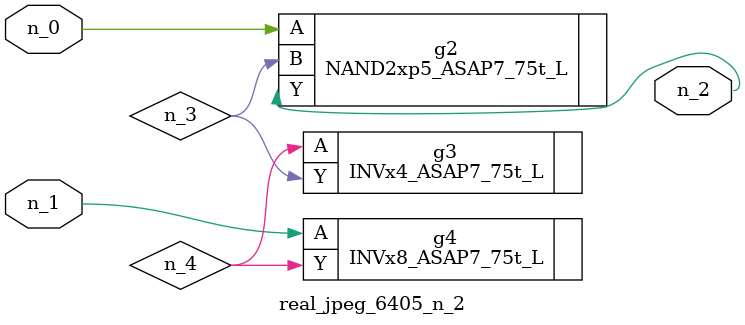
<source format=v>
module real_jpeg_6405_n_2 (n_1, n_0, n_2);

input n_1;
input n_0;

output n_2;

wire n_4;
wire n_3;

NAND2xp5_ASAP7_75t_L g2 ( 
.A(n_0),
.B(n_3),
.Y(n_2)
);

INVx8_ASAP7_75t_L g4 ( 
.A(n_1),
.Y(n_4)
);

INVx4_ASAP7_75t_L g3 ( 
.A(n_4),
.Y(n_3)
);


endmodule
</source>
